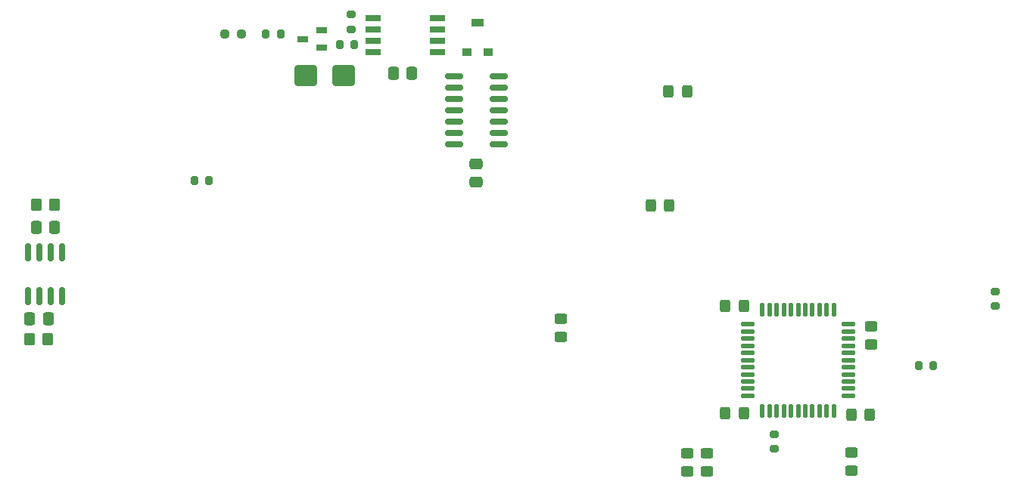
<source format=gbr>
%TF.GenerationSoftware,KiCad,Pcbnew,8.0.3*%
%TF.CreationDate,2024-11-03T20:58:56+01:00*%
%TF.ProjectId,Rev2_RGB2HDMI,52657632-5f52-4474-9232-48444d492e6b,rev?*%
%TF.SameCoordinates,Original*%
%TF.FileFunction,Paste,Bot*%
%TF.FilePolarity,Positive*%
%FSLAX46Y46*%
G04 Gerber Fmt 4.6, Leading zero omitted, Abs format (unit mm)*
G04 Created by KiCad (PCBNEW 8.0.3) date 2024-11-03 20:58:56*
%MOMM*%
%LPD*%
G01*
G04 APERTURE LIST*
G04 Aperture macros list*
%AMRoundRect*
0 Rectangle with rounded corners*
0 $1 Rounding radius*
0 $2 $3 $4 $5 $6 $7 $8 $9 X,Y pos of 4 corners*
0 Add a 4 corners polygon primitive as box body*
4,1,4,$2,$3,$4,$5,$6,$7,$8,$9,$2,$3,0*
0 Add four circle primitives for the rounded corners*
1,1,$1+$1,$2,$3*
1,1,$1+$1,$4,$5*
1,1,$1+$1,$6,$7*
1,1,$1+$1,$8,$9*
0 Add four rect primitives between the rounded corners*
20,1,$1+$1,$2,$3,$4,$5,0*
20,1,$1+$1,$4,$5,$6,$7,0*
20,1,$1+$1,$6,$7,$8,$9,0*
20,1,$1+$1,$8,$9,$2,$3,0*%
G04 Aperture macros list end*
%ADD10RoundRect,0.200000X-0.200000X-0.275000X0.200000X-0.275000X0.200000X0.275000X-0.200000X0.275000X0*%
%ADD11RoundRect,0.250000X0.450000X-0.325000X0.450000X0.325000X-0.450000X0.325000X-0.450000X-0.325000X0*%
%ADD12RoundRect,0.250000X-0.325000X-0.450000X0.325000X-0.450000X0.325000X0.450000X-0.325000X0.450000X0*%
%ADD13R,1.100000X0.900000*%
%ADD14R,1.400000X0.900000*%
%ADD15R,1.750000X0.650000*%
%ADD16RoundRect,0.250000X-0.350000X-0.450000X0.350000X-0.450000X0.350000X0.450000X-0.350000X0.450000X0*%
%ADD17RoundRect,0.250000X-0.337500X-0.475000X0.337500X-0.475000X0.337500X0.475000X-0.337500X0.475000X0*%
%ADD18RoundRect,0.250000X-0.450000X0.325000X-0.450000X-0.325000X0.450000X-0.325000X0.450000X0.325000X0*%
%ADD19RoundRect,0.150000X-0.825000X-0.150000X0.825000X-0.150000X0.825000X0.150000X-0.825000X0.150000X0*%
%ADD20RoundRect,0.237500X0.250000X0.237500X-0.250000X0.237500X-0.250000X-0.237500X0.250000X-0.237500X0*%
%ADD21RoundRect,0.250000X-1.000000X-0.900000X1.000000X-0.900000X1.000000X0.900000X-1.000000X0.900000X0*%
%ADD22RoundRect,0.137500X-0.600000X-0.137500X0.600000X-0.137500X0.600000X0.137500X-0.600000X0.137500X0*%
%ADD23RoundRect,0.137500X-0.137500X-0.600000X0.137500X-0.600000X0.137500X0.600000X-0.137500X0.600000X0*%
%ADD24RoundRect,0.200000X0.275000X-0.200000X0.275000X0.200000X-0.275000X0.200000X-0.275000X-0.200000X0*%
%ADD25RoundRect,0.200000X0.200000X0.275000X-0.200000X0.275000X-0.200000X-0.275000X0.200000X-0.275000X0*%
%ADD26RoundRect,0.150000X0.150000X-0.825000X0.150000X0.825000X-0.150000X0.825000X-0.150000X-0.825000X0*%
%ADD27R,1.250000X0.650000*%
%ADD28RoundRect,0.200000X-0.275000X0.200000X-0.275000X-0.200000X0.275000X-0.200000X0.275000X0.200000X0*%
%ADD29RoundRect,0.250000X0.325000X0.450000X-0.325000X0.450000X-0.325000X-0.450000X0.325000X-0.450000X0*%
%ADD30RoundRect,0.250000X0.475000X-0.337500X0.475000X0.337500X-0.475000X0.337500X-0.475000X-0.337500X0*%
G04 APERTURE END LIST*
D10*
%TO.C,R10*%
X117425000Y-61250000D03*
X119075000Y-61250000D03*
%TD*%
D11*
%TO.C,R3*%
X172508925Y-93840025D03*
X172508925Y-91790025D03*
%TD*%
D12*
%TO.C,C1*%
X176817925Y-87354025D03*
X178867925Y-87354025D03*
%TD*%
D13*
%TO.C,VR1*%
X147950000Y-46900000D03*
D14*
X149100000Y-43600000D03*
D13*
X150250000Y-46900000D03*
%TD*%
D15*
%TO.C,U3*%
X144625000Y-43095000D03*
X144625000Y-44365000D03*
X144625000Y-45635000D03*
X144625000Y-46905000D03*
X137375000Y-46905000D03*
X137375000Y-45635000D03*
X137375000Y-44365000D03*
X137375000Y-43095000D03*
%TD*%
D12*
%TO.C,C4*%
X190889525Y-87481025D03*
X192939525Y-87481025D03*
%TD*%
D16*
%TO.C,R14*%
X99750000Y-64000000D03*
X101750000Y-64000000D03*
%TD*%
D17*
%TO.C,C7*%
X99712500Y-66500000D03*
X101787500Y-66500000D03*
%TD*%
D11*
%TO.C,R7*%
X158409265Y-78815925D03*
X158409265Y-76765925D03*
%TD*%
D18*
%TO.C,R1*%
X190893325Y-91755625D03*
X190893325Y-93805625D03*
%TD*%
D19*
%TO.C,U2*%
X146476402Y-57212202D03*
X146476402Y-55942202D03*
X146476402Y-54672202D03*
X146476402Y-53402202D03*
X146476402Y-52132202D03*
X146476402Y-50862202D03*
X146476402Y-49592202D03*
X151426402Y-49592202D03*
X151426402Y-50862202D03*
X151426402Y-52132202D03*
X151426402Y-53402202D03*
X151426402Y-54672202D03*
X151426402Y-55942202D03*
X151426402Y-57212202D03*
%TD*%
D17*
%TO.C,C8*%
X99000000Y-76750000D03*
X101075000Y-76750000D03*
%TD*%
%TO.C,C6*%
X139675000Y-49250000D03*
X141750000Y-49250000D03*
%TD*%
D12*
%TO.C,R4*%
X170475000Y-51250000D03*
X172525000Y-51250000D03*
%TD*%
D20*
%TO.C,TH1*%
X122662500Y-44800000D03*
X120837500Y-44800000D03*
%TD*%
D21*
%TO.C,D3*%
X129850000Y-49500000D03*
X134150000Y-49500000D03*
%TD*%
D10*
%TO.C,R12*%
X125425000Y-44800000D03*
X127075000Y-44800000D03*
%TD*%
D22*
%TO.C,U1*%
X179292425Y-85385025D03*
X179292425Y-84585025D03*
X179292425Y-83785025D03*
X179292425Y-82985025D03*
X179292425Y-82185025D03*
X179292425Y-81385025D03*
X179292425Y-80585025D03*
X179292425Y-79785025D03*
X179292425Y-78985025D03*
X179292425Y-78185025D03*
X179292425Y-77385025D03*
D23*
X180954925Y-75722525D03*
X181754925Y-75722525D03*
X182554925Y-75722525D03*
X183354925Y-75722525D03*
X184154925Y-75722525D03*
X184954925Y-75722525D03*
X185754925Y-75722525D03*
X186554925Y-75722525D03*
X187354925Y-75722525D03*
X188154925Y-75722525D03*
X188954925Y-75722525D03*
D22*
X190617425Y-77385025D03*
X190617425Y-78185025D03*
X190617425Y-78985025D03*
X190617425Y-79785025D03*
X190617425Y-80585025D03*
X190617425Y-81385025D03*
X190617425Y-82185025D03*
X190617425Y-82985025D03*
X190617425Y-83785025D03*
X190617425Y-84585025D03*
X190617425Y-85385025D03*
D23*
X188954925Y-87047525D03*
X188154925Y-87047525D03*
X187354925Y-87047525D03*
X186554925Y-87047525D03*
X185754925Y-87047525D03*
X184954925Y-87047525D03*
X184154925Y-87047525D03*
X183354925Y-87047525D03*
X182554925Y-87047525D03*
X181754925Y-87047525D03*
X180954925Y-87047525D03*
%TD*%
D11*
%TO.C,R2*%
X174782225Y-93840025D03*
X174782225Y-91790025D03*
%TD*%
D24*
%TO.C,R8*%
X182250000Y-91325000D03*
X182250000Y-89675000D03*
%TD*%
D16*
%TO.C,R15*%
X99000000Y-79000000D03*
X101000000Y-79000000D03*
%TD*%
D25*
%TO.C,R11*%
X135325000Y-46000000D03*
X133675000Y-46000000D03*
%TD*%
D26*
%TO.C,U4*%
X102655000Y-74225000D03*
X101385000Y-74225000D03*
X100115000Y-74225000D03*
X98845000Y-74225000D03*
X98845000Y-69275000D03*
X100115000Y-69275000D03*
X101385000Y-69275000D03*
X102655000Y-69275000D03*
%TD*%
D24*
%TO.C,R9*%
X207000000Y-75325000D03*
X207000000Y-73675000D03*
%TD*%
D12*
%TO.C,R5*%
X168503402Y-64062202D03*
X170553402Y-64062202D03*
%TD*%
D27*
%TO.C,Q1*%
X131650000Y-44450000D03*
X131650000Y-46350000D03*
X129550000Y-45400000D03*
%TD*%
D11*
%TO.C,C2*%
X193082925Y-79616025D03*
X193082925Y-77566025D03*
%TD*%
D28*
%TO.C,R13*%
X135000000Y-42675000D03*
X135000000Y-44325000D03*
%TD*%
D10*
%TO.C,R6*%
X198425000Y-82000000D03*
X200075000Y-82000000D03*
%TD*%
D29*
%TO.C,C3*%
X178867925Y-75289025D03*
X176817925Y-75289025D03*
%TD*%
D30*
%TO.C,C5*%
X148951402Y-61439702D03*
X148951402Y-59364702D03*
%TD*%
M02*

</source>
